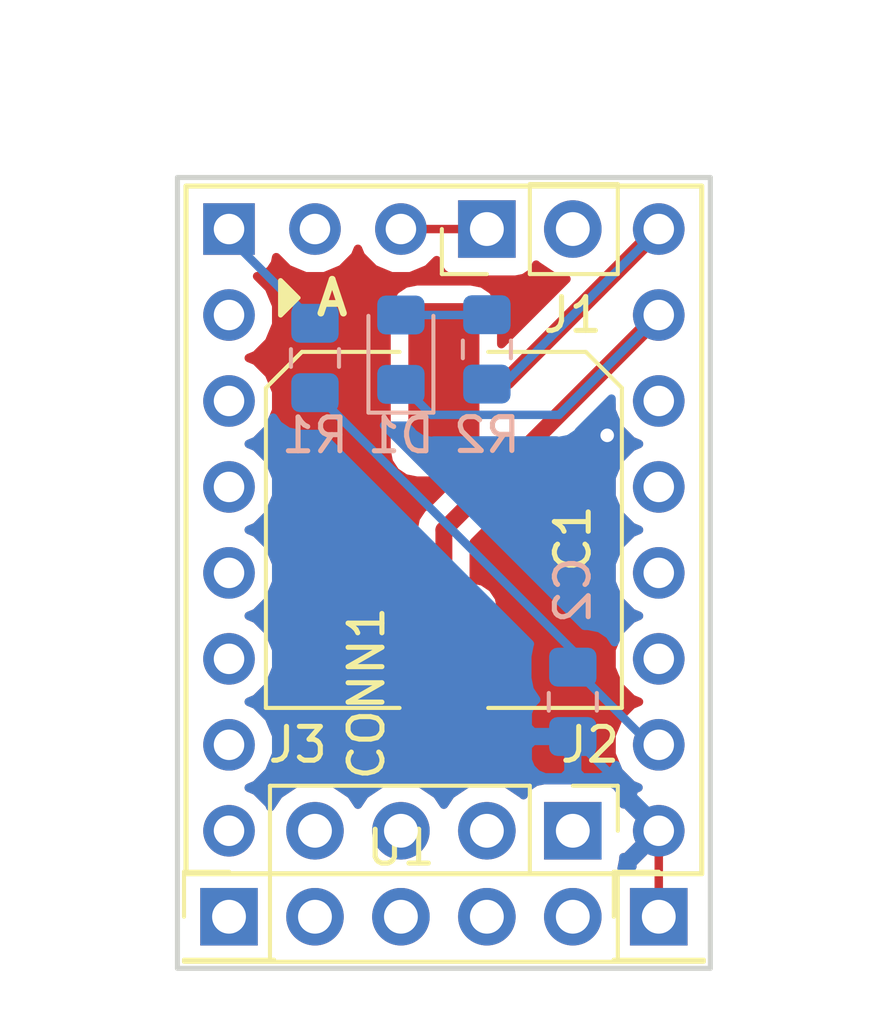
<source format=kicad_pcb>
(kicad_pcb (version 20171130) (host pcbnew 5.0.2+dfsg1-1)

  (general
    (thickness 1.6)
    (drawings 6)
    (tracks 35)
    (zones 0)
    (modules 10)
    (nets 13)
  )

  (page A4)
  (layers
    (0 F.Cu signal)
    (1 In1.Cu signal)
    (2 In2.Cu signal)
    (31 B.Cu signal)
    (32 B.Adhes user)
    (33 F.Adhes user)
    (34 B.Paste user)
    (35 F.Paste user)
    (36 B.SilkS user)
    (37 F.SilkS user)
    (38 B.Mask user)
    (39 F.Mask user)
    (40 Dwgs.User user)
    (41 Cmts.User user)
    (42 Eco1.User user)
    (43 Eco2.User user)
    (44 Edge.Cuts user)
    (45 Margin user)
    (46 B.CrtYd user)
    (47 F.CrtYd user)
    (48 B.Fab user)
    (49 F.Fab user)
  )

  (setup
    (last_trace_width 0.25)
    (trace_clearance 0.2)
    (zone_clearance 0.508)
    (zone_45_only no)
    (trace_min 0.2)
    (segment_width 0.2)
    (edge_width 0.15)
    (via_size 0.8)
    (via_drill 0.4)
    (via_min_size 0.4)
    (via_min_drill 0.3)
    (uvia_size 0.3)
    (uvia_drill 0.1)
    (uvias_allowed no)
    (uvia_min_size 0.2)
    (uvia_min_drill 0.1)
    (pcb_text_width 0.3)
    (pcb_text_size 1.5 1.5)
    (mod_edge_width 0.15)
    (mod_text_size 1 1)
    (mod_text_width 0.15)
    (pad_size 1.524 1.524)
    (pad_drill 0.762)
    (pad_to_mask_clearance 0.051)
    (solder_mask_min_width 0.25)
    (aux_axis_origin 0 0)
    (visible_elements FFFFFF7F)
    (pcbplotparams
      (layerselection 0x010fc_ffffffff)
      (usegerberextensions false)
      (usegerberattributes false)
      (usegerberadvancedattributes false)
      (creategerberjobfile false)
      (excludeedgelayer true)
      (linewidth 0.100000)
      (plotframeref false)
      (viasonmask false)
      (mode 1)
      (useauxorigin false)
      (hpglpennumber 1)
      (hpglpenspeed 20)
      (hpglpendiameter 15.000000)
      (psnegative false)
      (psa4output false)
      (plotreference true)
      (plotvalue true)
      (plotinvisibletext false)
      (padsonsilk false)
      (subtractmaskfromsilk false)
      (outputformat 1)
      (mirror false)
      (drillshape 1)
      (scaleselection 1)
      (outputdirectory ""))
  )

  (net 0 "")
  (net 1 "Net-(C1-Pad1)")
  (net 2 "Net-(C1-Pad2)")
  (net 3 +3V3)
  (net 4 GND)
  (net 5 "Net-(CONN1-Pad1)")
  (net 6 "Net-(CONN1-Pad3)")
  (net 7 "Net-(CONN1-Pad5)")
  (net 8 "Net-(CONN1-Pad7)")
  (net 9 "Net-(J1-Pad1)")
  (net 10 "Net-(J1-Pad2)")
  (net 11 "Net-(R1-Pad2)")
  (net 12 "Net-(D1-Pad2)")

  (net_class Default "This is the default net class."
    (clearance 0.2)
    (trace_width 0.25)
    (via_dia 0.8)
    (via_drill 0.4)
    (uvia_dia 0.3)
    (uvia_drill 0.1)
    (add_net +3V3)
    (add_net GND)
    (add_net "Net-(C1-Pad1)")
    (add_net "Net-(C1-Pad2)")
    (add_net "Net-(CONN1-Pad1)")
    (add_net "Net-(CONN1-Pad3)")
    (add_net "Net-(CONN1-Pad5)")
    (add_net "Net-(CONN1-Pad7)")
    (add_net "Net-(D1-Pad2)")
    (add_net "Net-(J1-Pad1)")
    (add_net "Net-(J1-Pad2)")
    (add_net "Net-(R1-Pad2)")
  )

  (module Capacitor_SMD:C_Elec_10x10.2 (layer F.Cu) (tedit 5BC8D926) (tstamp 6141F810)
    (at 107.95 59.69 270)
    (descr "SMD capacitor, aluminum electrolytic nonpolar, 10.0x10.2mm")
    (tags "capacitor electrolyic nonpolar")
    (path /613F11A3)
    (attr smd)
    (fp_text reference C1 (at 0.254 -3.81 270) (layer F.SilkS)
      (effects (font (size 1 1) (thickness 0.15)))
    )
    (fp_text value 100u (at 0 6.2 270) (layer F.Fab)
      (effects (font (size 1 1) (thickness 0.15)))
    )
    (fp_circle (center 0 0) (end 5 0) (layer F.Fab) (width 0.1))
    (fp_line (start 5.15 -5.15) (end 5.15 5.15) (layer F.Fab) (width 0.1))
    (fp_line (start -4.15 -5.15) (end 5.15 -5.15) (layer F.Fab) (width 0.1))
    (fp_line (start -4.15 5.15) (end 5.15 5.15) (layer F.Fab) (width 0.1))
    (fp_line (start -5.15 -4.15) (end -5.15 4.15) (layer F.Fab) (width 0.1))
    (fp_line (start -5.15 -4.15) (end -4.15 -5.15) (layer F.Fab) (width 0.1))
    (fp_line (start -5.15 4.15) (end -4.15 5.15) (layer F.Fab) (width 0.1))
    (fp_line (start 5.26 5.26) (end 5.26 1.31) (layer F.SilkS) (width 0.12))
    (fp_line (start 5.26 -5.26) (end 5.26 -1.31) (layer F.SilkS) (width 0.12))
    (fp_line (start -4.195563 -5.26) (end 5.26 -5.26) (layer F.SilkS) (width 0.12))
    (fp_line (start -4.195563 5.26) (end 5.26 5.26) (layer F.SilkS) (width 0.12))
    (fp_line (start -5.26 4.195563) (end -5.26 1.31) (layer F.SilkS) (width 0.12))
    (fp_line (start -5.26 -4.195563) (end -5.26 -1.31) (layer F.SilkS) (width 0.12))
    (fp_line (start -5.26 -4.195563) (end -4.195563 -5.26) (layer F.SilkS) (width 0.12))
    (fp_line (start -5.26 4.195563) (end -4.195563 5.26) (layer F.SilkS) (width 0.12))
    (fp_line (start 5.4 -5.4) (end 5.4 -1.3) (layer F.CrtYd) (width 0.05))
    (fp_line (start 5.4 -1.3) (end 6.95 -1.3) (layer F.CrtYd) (width 0.05))
    (fp_line (start 6.95 -1.3) (end 6.95 1.3) (layer F.CrtYd) (width 0.05))
    (fp_line (start 6.95 1.3) (end 5.4 1.3) (layer F.CrtYd) (width 0.05))
    (fp_line (start 5.4 1.3) (end 5.4 5.4) (layer F.CrtYd) (width 0.05))
    (fp_line (start -4.25 5.4) (end 5.4 5.4) (layer F.CrtYd) (width 0.05))
    (fp_line (start -4.25 -5.4) (end 5.4 -5.4) (layer F.CrtYd) (width 0.05))
    (fp_line (start -5.4 4.25) (end -4.25 5.4) (layer F.CrtYd) (width 0.05))
    (fp_line (start -5.4 -4.25) (end -4.25 -5.4) (layer F.CrtYd) (width 0.05))
    (fp_line (start -5.4 -4.25) (end -5.4 -1.3) (layer F.CrtYd) (width 0.05))
    (fp_line (start -5.4 1.3) (end -5.4 4.25) (layer F.CrtYd) (width 0.05))
    (fp_line (start -5.4 -1.3) (end -6.95 -1.3) (layer F.CrtYd) (width 0.05))
    (fp_line (start -6.95 -1.3) (end -6.95 1.3) (layer F.CrtYd) (width 0.05))
    (fp_line (start -6.95 1.3) (end -5.4 1.3) (layer F.CrtYd) (width 0.05))
    (fp_text user %R (at 0 0 270) (layer F.Fab)
      (effects (font (size 1 1) (thickness 0.15)))
    )
    (pad 1 smd roundrect (at -4.4 0 270) (size 4.6 2.1) (layers F.Cu F.Paste F.Mask) (roundrect_rratio 0.119048)
      (net 1 "Net-(C1-Pad1)"))
    (pad 2 smd roundrect (at 4.4 0 270) (size 4.6 2.1) (layers F.Cu F.Paste F.Mask) (roundrect_rratio 0.119048)
      (net 2 "Net-(C1-Pad2)"))
    (model ${KISYS3DMOD}/Capacitor_SMD.3dshapes/C_Elec_10x10.2.wrl
      (at (xyz 0 0 0))
      (scale (xyz 1 1 1))
      (rotate (xyz 0 0 0))
    )
  )

  (module Capacitor_SMD:C_0805_2012Metric_Pad1.15x1.40mm_HandSolder (layer B.Cu) (tedit 5B36C52B) (tstamp 6141F821)
    (at 111.76 64.77 270)
    (descr "Capacitor SMD 0805 (2012 Metric), square (rectangular) end terminal, IPC_7351 nominal with elongated pad for handsoldering. (Body size source: https://docs.google.com/spreadsheets/d/1BsfQQcO9C6DZCsRaXUlFlo91Tg2WpOkGARC1WS5S8t0/edit?usp=sharing), generated with kicad-footprint-generator")
    (tags "capacitor handsolder")
    (path /613F13B9)
    (attr smd)
    (fp_text reference C2 (at -3.302 0 270) (layer B.SilkS)
      (effects (font (size 1 1) (thickness 0.15)) (justify mirror))
    )
    (fp_text value 100n (at 0 -1.65 270) (layer B.Fab)
      (effects (font (size 1 1) (thickness 0.15)) (justify mirror))
    )
    (fp_line (start -1 -0.6) (end -1 0.6) (layer B.Fab) (width 0.1))
    (fp_line (start -1 0.6) (end 1 0.6) (layer B.Fab) (width 0.1))
    (fp_line (start 1 0.6) (end 1 -0.6) (layer B.Fab) (width 0.1))
    (fp_line (start 1 -0.6) (end -1 -0.6) (layer B.Fab) (width 0.1))
    (fp_line (start -0.261252 0.71) (end 0.261252 0.71) (layer B.SilkS) (width 0.12))
    (fp_line (start -0.261252 -0.71) (end 0.261252 -0.71) (layer B.SilkS) (width 0.12))
    (fp_line (start -1.85 -0.95) (end -1.85 0.95) (layer B.CrtYd) (width 0.05))
    (fp_line (start -1.85 0.95) (end 1.85 0.95) (layer B.CrtYd) (width 0.05))
    (fp_line (start 1.85 0.95) (end 1.85 -0.95) (layer B.CrtYd) (width 0.05))
    (fp_line (start 1.85 -0.95) (end -1.85 -0.95) (layer B.CrtYd) (width 0.05))
    (fp_text user %R (at 0 0 270) (layer B.Fab)
      (effects (font (size 0.5 0.5) (thickness 0.08)) (justify mirror))
    )
    (pad 1 smd roundrect (at -1.025 0 270) (size 1.15 1.4) (layers B.Cu B.Paste B.Mask) (roundrect_rratio 0.217391)
      (net 3 +3V3))
    (pad 2 smd roundrect (at 1.025 0 270) (size 1.15 1.4) (layers B.Cu B.Paste B.Mask) (roundrect_rratio 0.217391)
      (net 4 GND))
    (model ${KISYS3DMOD}/Capacitor_SMD.3dshapes/C_0805_2012Metric.wrl
      (at (xyz 0 0 0))
      (scale (xyz 1 1 1))
      (rotate (xyz 0 0 0))
    )
  )

  (module Connector_PinHeader_2.54mm:PinHeader_2x04_P2.54mm_Vertical (layer F.Cu) (tedit 59FED5CC) (tstamp 6141F83F)
    (at 111.76 68.58 270)
    (descr "Through hole straight pin header, 2x04, 2.54mm pitch, double rows")
    (tags "Through hole pin header THT 2x04 2.54mm double row")
    (path /613F0D10)
    (fp_text reference CONN1 (at -4.064 6.096 270) (layer F.SilkS)
      (effects (font (size 1 1) (thickness 0.15)))
    )
    (fp_text value header_2x4 (at 1.27 9.95 270) (layer F.Fab)
      (effects (font (size 1 1) (thickness 0.15)))
    )
    (fp_line (start 0 -1.27) (end 3.81 -1.27) (layer F.Fab) (width 0.1))
    (fp_line (start 3.81 -1.27) (end 3.81 8.89) (layer F.Fab) (width 0.1))
    (fp_line (start 3.81 8.89) (end -1.27 8.89) (layer F.Fab) (width 0.1))
    (fp_line (start -1.27 8.89) (end -1.27 0) (layer F.Fab) (width 0.1))
    (fp_line (start -1.27 0) (end 0 -1.27) (layer F.Fab) (width 0.1))
    (fp_line (start -1.33 8.95) (end 3.87 8.95) (layer F.SilkS) (width 0.12))
    (fp_line (start -1.33 1.27) (end -1.33 8.95) (layer F.SilkS) (width 0.12))
    (fp_line (start 3.87 -1.33) (end 3.87 8.95) (layer F.SilkS) (width 0.12))
    (fp_line (start -1.33 1.27) (end 1.27 1.27) (layer F.SilkS) (width 0.12))
    (fp_line (start 1.27 1.27) (end 1.27 -1.33) (layer F.SilkS) (width 0.12))
    (fp_line (start 1.27 -1.33) (end 3.87 -1.33) (layer F.SilkS) (width 0.12))
    (fp_line (start -1.33 0) (end -1.33 -1.33) (layer F.SilkS) (width 0.12))
    (fp_line (start -1.33 -1.33) (end 0 -1.33) (layer F.SilkS) (width 0.12))
    (fp_line (start -1.8 -1.8) (end -1.8 9.4) (layer F.CrtYd) (width 0.05))
    (fp_line (start -1.8 9.4) (end 4.35 9.4) (layer F.CrtYd) (width 0.05))
    (fp_line (start 4.35 9.4) (end 4.35 -1.8) (layer F.CrtYd) (width 0.05))
    (fp_line (start 4.35 -1.8) (end -1.8 -1.8) (layer F.CrtYd) (width 0.05))
    (fp_text user %R (at 1.27 3.81) (layer F.Fab)
      (effects (font (size 1 1) (thickness 0.15)))
    )
    (pad 1 thru_hole rect (at 0 0 270) (size 1.7 1.7) (drill 1) (layers *.Cu *.Mask)
      (net 5 "Net-(CONN1-Pad1)"))
    (pad 2 thru_hole oval (at 2.54 0 270) (size 1.7 1.7) (drill 1) (layers *.Cu *.Mask))
    (pad 3 thru_hole oval (at 0 2.54 270) (size 1.7 1.7) (drill 1) (layers *.Cu *.Mask)
      (net 6 "Net-(CONN1-Pad3)"))
    (pad 4 thru_hole oval (at 2.54 2.54 270) (size 1.7 1.7) (drill 1) (layers *.Cu *.Mask))
    (pad 5 thru_hole oval (at 0 5.08 270) (size 1.7 1.7) (drill 1) (layers *.Cu *.Mask)
      (net 7 "Net-(CONN1-Pad5)"))
    (pad 6 thru_hole oval (at 2.54 5.08 270) (size 1.7 1.7) (drill 1) (layers *.Cu *.Mask))
    (pad 7 thru_hole oval (at 0 7.62 270) (size 1.7 1.7) (drill 1) (layers *.Cu *.Mask)
      (net 8 "Net-(CONN1-Pad7)"))
    (pad 8 thru_hole oval (at 2.54 7.62 270) (size 1.7 1.7) (drill 1) (layers *.Cu *.Mask))
    (model ${KISYS3DMOD}/Connector_PinHeader_2.54mm.3dshapes/PinHeader_2x04_P2.54mm_Vertical.wrl
      (at (xyz 0 0 0))
      (scale (xyz 1 1 1))
      (rotate (xyz 0 0 0))
    )
  )

  (module LED_SMD:LED_0805_2012Metric_Pad1.15x1.40mm_HandSolder (layer B.Cu) (tedit 5B4B45C9) (tstamp 6141F852)
    (at 106.68 54.365 90)
    (descr "LED SMD 0805 (2012 Metric), square (rectangular) end terminal, IPC_7351 nominal, (Body size source: https://docs.google.com/spreadsheets/d/1BsfQQcO9C6DZCsRaXUlFlo91Tg2WpOkGARC1WS5S8t0/edit?usp=sharing), generated with kicad-footprint-generator")
    (tags "LED handsolder")
    (path /613F3E09)
    (attr smd)
    (fp_text reference D1 (at -2.531 0 180) (layer B.SilkS)
      (effects (font (size 1 1) (thickness 0.15)) (justify mirror))
    )
    (fp_text value LED (at 0 -1.65 90) (layer B.Fab)
      (effects (font (size 1 1) (thickness 0.15)) (justify mirror))
    )
    (fp_line (start 1 0.6) (end -0.7 0.6) (layer B.Fab) (width 0.1))
    (fp_line (start -0.7 0.6) (end -1 0.3) (layer B.Fab) (width 0.1))
    (fp_line (start -1 0.3) (end -1 -0.6) (layer B.Fab) (width 0.1))
    (fp_line (start -1 -0.6) (end 1 -0.6) (layer B.Fab) (width 0.1))
    (fp_line (start 1 -0.6) (end 1 0.6) (layer B.Fab) (width 0.1))
    (fp_line (start 1 0.96) (end -1.86 0.96) (layer B.SilkS) (width 0.12))
    (fp_line (start -1.86 0.96) (end -1.86 -0.96) (layer B.SilkS) (width 0.12))
    (fp_line (start -1.86 -0.96) (end 1 -0.96) (layer B.SilkS) (width 0.12))
    (fp_line (start -1.85 -0.95) (end -1.85 0.95) (layer B.CrtYd) (width 0.05))
    (fp_line (start -1.85 0.95) (end 1.85 0.95) (layer B.CrtYd) (width 0.05))
    (fp_line (start 1.85 0.95) (end 1.85 -0.95) (layer B.CrtYd) (width 0.05))
    (fp_line (start 1.85 -0.95) (end -1.85 -0.95) (layer B.CrtYd) (width 0.05))
    (fp_text user %R (at 0 0 90) (layer B.Fab)
      (effects (font (size 0.5 0.5) (thickness 0.08)) (justify mirror))
    )
    (pad 1 smd roundrect (at -1.025 0 90) (size 1.15 1.4) (layers B.Cu B.Paste B.Mask) (roundrect_rratio 0.217391)
      (net 2 "Net-(C1-Pad2)"))
    (pad 2 smd roundrect (at 1.025 0 90) (size 1.15 1.4) (layers B.Cu B.Paste B.Mask) (roundrect_rratio 0.217391)
      (net 12 "Net-(D1-Pad2)"))
    (model ${KISYS3DMOD}/LED_SMD.3dshapes/LED_0805_2012Metric.wrl
      (at (xyz 0 0 0))
      (scale (xyz 1 1 1))
      (rotate (xyz 0 0 0))
    )
  )

  (module Connector_PinHeader_2.54mm:PinHeader_1x02_P2.54mm_Vertical (layer F.Cu) (tedit 59FED5CC) (tstamp 6141F868)
    (at 109.22 50.8 90)
    (descr "Through hole straight pin header, 1x02, 2.54mm pitch, single row")
    (tags "Through hole pin header THT 1x02 2.54mm single row")
    (path /613F0E3D)
    (fp_text reference J1 (at -2.54 2.54 180) (layer F.SilkS)
      (effects (font (size 1 1) (thickness 0.15)))
    )
    (fp_text value Conn_01x02_Male (at 0 4.87 90) (layer F.Fab)
      (effects (font (size 1 1) (thickness 0.15)))
    )
    (fp_line (start -0.635 -1.27) (end 1.27 -1.27) (layer F.Fab) (width 0.1))
    (fp_line (start 1.27 -1.27) (end 1.27 3.81) (layer F.Fab) (width 0.1))
    (fp_line (start 1.27 3.81) (end -1.27 3.81) (layer F.Fab) (width 0.1))
    (fp_line (start -1.27 3.81) (end -1.27 -0.635) (layer F.Fab) (width 0.1))
    (fp_line (start -1.27 -0.635) (end -0.635 -1.27) (layer F.Fab) (width 0.1))
    (fp_line (start -1.33 3.87) (end 1.33 3.87) (layer F.SilkS) (width 0.12))
    (fp_line (start -1.33 1.27) (end -1.33 3.87) (layer F.SilkS) (width 0.12))
    (fp_line (start 1.33 1.27) (end 1.33 3.87) (layer F.SilkS) (width 0.12))
    (fp_line (start -1.33 1.27) (end 1.33 1.27) (layer F.SilkS) (width 0.12))
    (fp_line (start -1.33 0) (end -1.33 -1.33) (layer F.SilkS) (width 0.12))
    (fp_line (start -1.33 -1.33) (end 0 -1.33) (layer F.SilkS) (width 0.12))
    (fp_line (start -1.8 -1.8) (end -1.8 4.35) (layer F.CrtYd) (width 0.05))
    (fp_line (start -1.8 4.35) (end 1.8 4.35) (layer F.CrtYd) (width 0.05))
    (fp_line (start 1.8 4.35) (end 1.8 -1.8) (layer F.CrtYd) (width 0.05))
    (fp_line (start 1.8 -1.8) (end -1.8 -1.8) (layer F.CrtYd) (width 0.05))
    (fp_text user %R (at 0 1.27 180) (layer F.Fab)
      (effects (font (size 1 1) (thickness 0.15)))
    )
    (pad 1 thru_hole rect (at 0 0 90) (size 1.7 1.7) (drill 1) (layers *.Cu *.Mask)
      (net 9 "Net-(J1-Pad1)"))
    (pad 2 thru_hole oval (at 0 2.54 90) (size 1.7 1.7) (drill 1) (layers *.Cu *.Mask)
      (net 10 "Net-(J1-Pad2)"))
    (model ${KISYS3DMOD}/Connector_PinHeader_2.54mm.3dshapes/PinHeader_1x02_P2.54mm_Vertical.wrl
      (at (xyz 0 0 0))
      (scale (xyz 1 1 1))
      (rotate (xyz 0 0 0))
    )
  )

  (module Resistor_SMD:R_0805_2012Metric_Pad1.15x1.40mm_HandSolder (layer B.Cu) (tedit 5B36C52B) (tstamp 6141F879)
    (at 104.14 54.61 90)
    (descr "Resistor SMD 0805 (2012 Metric), square (rectangular) end terminal, IPC_7351 nominal with elongated pad for handsoldering. (Body size source: https://docs.google.com/spreadsheets/d/1BsfQQcO9C6DZCsRaXUlFlo91Tg2WpOkGARC1WS5S8t0/edit?usp=sharing), generated with kicad-footprint-generator")
    (tags "resistor handsolder")
    (path /613F128B)
    (attr smd)
    (fp_text reference R1 (at -2.286 0 180) (layer B.SilkS)
      (effects (font (size 1 1) (thickness 0.15)) (justify mirror))
    )
    (fp_text value 10K (at 0 -1.65 90) (layer B.Fab)
      (effects (font (size 1 1) (thickness 0.15)) (justify mirror))
    )
    (fp_line (start -1 -0.6) (end -1 0.6) (layer B.Fab) (width 0.1))
    (fp_line (start -1 0.6) (end 1 0.6) (layer B.Fab) (width 0.1))
    (fp_line (start 1 0.6) (end 1 -0.6) (layer B.Fab) (width 0.1))
    (fp_line (start 1 -0.6) (end -1 -0.6) (layer B.Fab) (width 0.1))
    (fp_line (start -0.261252 0.71) (end 0.261252 0.71) (layer B.SilkS) (width 0.12))
    (fp_line (start -0.261252 -0.71) (end 0.261252 -0.71) (layer B.SilkS) (width 0.12))
    (fp_line (start -1.85 -0.95) (end -1.85 0.95) (layer B.CrtYd) (width 0.05))
    (fp_line (start -1.85 0.95) (end 1.85 0.95) (layer B.CrtYd) (width 0.05))
    (fp_line (start 1.85 0.95) (end 1.85 -0.95) (layer B.CrtYd) (width 0.05))
    (fp_line (start 1.85 -0.95) (end -1.85 -0.95) (layer B.CrtYd) (width 0.05))
    (fp_text user %R (at 0 0 90) (layer B.Fab)
      (effects (font (size 0.5 0.5) (thickness 0.08)) (justify mirror))
    )
    (pad 1 smd roundrect (at -1.025 0 90) (size 1.15 1.4) (layers B.Cu B.Paste B.Mask) (roundrect_rratio 0.217391)
      (net 3 +3V3))
    (pad 2 smd roundrect (at 1.025 0 90) (size 1.15 1.4) (layers B.Cu B.Paste B.Mask) (roundrect_rratio 0.217391)
      (net 11 "Net-(R1-Pad2)"))
    (model ${KISYS3DMOD}/Resistor_SMD.3dshapes/R_0805_2012Metric.wrl
      (at (xyz 0 0 0))
      (scale (xyz 1 1 1))
      (rotate (xyz 0 0 0))
    )
  )

  (module Resistor_SMD:R_0805_2012Metric_Pad1.15x1.40mm_HandSolder (layer B.Cu) (tedit 5B36C52B) (tstamp 6141F88A)
    (at 109.22 54.356 270)
    (descr "Resistor SMD 0805 (2012 Metric), square (rectangular) end terminal, IPC_7351 nominal with elongated pad for handsoldering. (Body size source: https://docs.google.com/spreadsheets/d/1BsfQQcO9C6DZCsRaXUlFlo91Tg2WpOkGARC1WS5S8t0/edit?usp=sharing), generated with kicad-footprint-generator")
    (tags "resistor handsolder")
    (path /613F3B8F)
    (attr smd)
    (fp_text reference R2 (at 2.531 0) (layer B.SilkS)
      (effects (font (size 1 1) (thickness 0.15)) (justify mirror))
    )
    (fp_text value 10K (at 0 -1.65 270) (layer B.Fab)
      (effects (font (size 1 1) (thickness 0.15)) (justify mirror))
    )
    (fp_text user %R (at 0 0 270) (layer B.Fab)
      (effects (font (size 0.5 0.5) (thickness 0.08)) (justify mirror))
    )
    (fp_line (start 1.85 -0.95) (end -1.85 -0.95) (layer B.CrtYd) (width 0.05))
    (fp_line (start 1.85 0.95) (end 1.85 -0.95) (layer B.CrtYd) (width 0.05))
    (fp_line (start -1.85 0.95) (end 1.85 0.95) (layer B.CrtYd) (width 0.05))
    (fp_line (start -1.85 -0.95) (end -1.85 0.95) (layer B.CrtYd) (width 0.05))
    (fp_line (start -0.261252 -0.71) (end 0.261252 -0.71) (layer B.SilkS) (width 0.12))
    (fp_line (start -0.261252 0.71) (end 0.261252 0.71) (layer B.SilkS) (width 0.12))
    (fp_line (start 1 -0.6) (end -1 -0.6) (layer B.Fab) (width 0.1))
    (fp_line (start 1 0.6) (end 1 -0.6) (layer B.Fab) (width 0.1))
    (fp_line (start -1 0.6) (end 1 0.6) (layer B.Fab) (width 0.1))
    (fp_line (start -1 -0.6) (end -1 0.6) (layer B.Fab) (width 0.1))
    (pad 2 smd roundrect (at 1.025 0 270) (size 1.15 1.4) (layers B.Cu B.Paste B.Mask) (roundrect_rratio 0.217391)
      (net 1 "Net-(C1-Pad1)"))
    (pad 1 smd roundrect (at -1.025 0 270) (size 1.15 1.4) (layers B.Cu B.Paste B.Mask) (roundrect_rratio 0.217391)
      (net 12 "Net-(D1-Pad2)"))
    (model ${KISYS3DMOD}/Resistor_SMD.3dshapes/R_0805_2012Metric.wrl
      (at (xyz 0 0 0))
      (scale (xyz 1 1 1))
      (rotate (xyz 0 0 0))
    )
  )

  (module custom-footprints:TMC-step-stick (layer F.Cu) (tedit 60F3D74F) (tstamp 6141F8A8)
    (at 106.68 68.58)
    (path /613F0C1C)
    (fp_text reference U1 (at 0 0.5) (layer F.SilkS)
      (effects (font (size 1 1) (thickness 0.15)))
    )
    (fp_text value TMC-step-stick (at 0 -0.5) (layer F.Fab)
      (effects (font (size 1 1) (thickness 0.15)))
    )
    (fp_line (start -6.35 -19.05) (end 8.89 -19.05) (layer F.SilkS) (width 0.15))
    (fp_line (start 8.89 -19.05) (end 8.89 1.27) (layer F.SilkS) (width 0.15))
    (fp_line (start 8.89 1.27) (end -6.35 1.27) (layer F.SilkS) (width 0.15))
    (fp_line (start -6.35 1.27) (end -6.35 -19.05) (layer F.SilkS) (width 0.15))
    (fp_line (start -6.35 -19.05) (end 8.89 -19.05) (layer F.CrtYd) (width 0.15))
    (fp_line (start 8.89 -19.05) (end 8.89 1.27) (layer F.CrtYd) (width 0.15))
    (fp_line (start 8.89 1.27) (end -6.35 1.27) (layer F.CrtYd) (width 0.15))
    (fp_line (start -6.35 1.27) (end -6.35 -19.05) (layer F.CrtYd) (width 0.15))
    (pad 1 thru_hole rect (at -5.08 -17.78) (size 1.524 1.524) (drill 0.9) (layers *.Cu *.Mask)
      (net 11 "Net-(R1-Pad2)"))
    (pad 2 thru_hole circle (at -5.08 -15.24) (size 1.524 1.524) (drill 0.9) (layers *.Cu *.Mask)
      (net 5 "Net-(CONN1-Pad1)"))
    (pad 3 thru_hole circle (at -5.08 -12.7) (size 1.524 1.524) (drill 0.9) (layers *.Cu *.Mask)
      (net 6 "Net-(CONN1-Pad3)"))
    (pad 4 thru_hole circle (at -5.08 -10.16) (size 1.524 1.524) (drill 0.9) (layers *.Cu *.Mask)
      (net 7 "Net-(CONN1-Pad5)"))
    (pad 5 thru_hole circle (at -5.08 -7.62) (size 1.524 1.524) (drill 0.9) (layers *.Cu *.Mask)
      (net 8 "Net-(CONN1-Pad7)"))
    (pad 6 thru_hole circle (at -5.08 -5.08) (size 1.524 1.524) (drill 0.9) (layers *.Cu *.Mask))
    (pad 7 thru_hole circle (at -5.08 -2.54) (size 1.524 1.524) (drill 0.9) (layers *.Cu *.Mask))
    (pad 8 thru_hole circle (at -5.08 0) (size 1.524 1.524) (drill 0.9) (layers *.Cu *.Mask))
    (pad 9 thru_hole circle (at 7.62 0) (size 1.524 1.524) (drill 0.9) (layers *.Cu *.Mask)
      (net 4 GND))
    (pad 10 thru_hole circle (at 7.62 -2.54) (size 1.524 1.524) (drill 0.9) (layers *.Cu *.Mask)
      (net 3 +3V3))
    (pad 11 thru_hole circle (at 7.62 -5.08) (size 1.524 1.524) (drill 0.9) (layers *.Cu *.Mask))
    (pad 12 thru_hole circle (at 7.62 -7.62) (size 1.524 1.524) (drill 0.9) (layers *.Cu *.Mask))
    (pad 13 thru_hole circle (at 7.62 -10.16) (size 1.524 1.524) (drill 0.9) (layers *.Cu *.Mask))
    (pad 14 thru_hole circle (at 7.62 -12.7) (size 1.524 1.524) (drill 0.9) (layers *.Cu *.Mask))
    (pad 15 thru_hole circle (at 7.62 -15.24) (size 1.524 1.524) (drill 0.9) (layers *.Cu *.Mask)
      (net 2 "Net-(C1-Pad2)"))
    (pad 16 thru_hole circle (at 7.62 -17.78) (size 1.524 1.524) (drill 0.9) (layers *.Cu *.Mask)
      (net 1 "Net-(C1-Pad1)"))
    (pad 17 thru_hole circle (at -2.54 -17.78) (size 1.524 1.524) (drill 0.9) (layers *.Cu *.Mask))
    (pad 18 thru_hole circle (at 0 -17.78) (size 1.524 1.524) (drill 0.9) (layers *.Cu *.Mask)
      (net 9 "Net-(J1-Pad1)"))
  )

  (module Connector_PinHeader_2.54mm:PinHeader_1x01_P2.54mm_Vertical (layer F.Cu) (tedit 59FED5CC) (tstamp 61432C13)
    (at 114.3 71.12)
    (descr "Through hole straight pin header, 1x01, 2.54mm pitch, single row")
    (tags "Through hole pin header THT 1x01 2.54mm single row")
    (path /613F636A)
    (fp_text reference J2 (at -2.032 -5.08) (layer F.SilkS)
      (effects (font (size 1 1) (thickness 0.15)))
    )
    (fp_text value Conn_01x01_Male (at 0 2.33) (layer F.Fab)
      (effects (font (size 1 1) (thickness 0.15)))
    )
    (fp_line (start -0.635 -1.27) (end 1.27 -1.27) (layer F.Fab) (width 0.1))
    (fp_line (start 1.27 -1.27) (end 1.27 1.27) (layer F.Fab) (width 0.1))
    (fp_line (start 1.27 1.27) (end -1.27 1.27) (layer F.Fab) (width 0.1))
    (fp_line (start -1.27 1.27) (end -1.27 -0.635) (layer F.Fab) (width 0.1))
    (fp_line (start -1.27 -0.635) (end -0.635 -1.27) (layer F.Fab) (width 0.1))
    (fp_line (start -1.33 1.33) (end 1.33 1.33) (layer F.SilkS) (width 0.12))
    (fp_line (start -1.33 1.27) (end -1.33 1.33) (layer F.SilkS) (width 0.12))
    (fp_line (start 1.33 1.27) (end 1.33 1.33) (layer F.SilkS) (width 0.12))
    (fp_line (start -1.33 1.27) (end 1.33 1.27) (layer F.SilkS) (width 0.12))
    (fp_line (start -1.33 0) (end -1.33 -1.33) (layer F.SilkS) (width 0.12))
    (fp_line (start -1.33 -1.33) (end 0 -1.33) (layer F.SilkS) (width 0.12))
    (fp_line (start -1.8 -1.8) (end -1.8 1.8) (layer F.CrtYd) (width 0.05))
    (fp_line (start -1.8 1.8) (end 1.8 1.8) (layer F.CrtYd) (width 0.05))
    (fp_line (start 1.8 1.8) (end 1.8 -1.8) (layer F.CrtYd) (width 0.05))
    (fp_line (start 1.8 -1.8) (end -1.8 -1.8) (layer F.CrtYd) (width 0.05))
    (fp_text user %R (at 0 0 90) (layer F.Fab)
      (effects (font (size 1 1) (thickness 0.15)))
    )
    (pad 1 thru_hole rect (at 0 0) (size 1.7 1.7) (drill 1) (layers *.Cu *.Mask)
      (net 4 GND))
    (model ${KISYS3DMOD}/Connector_PinHeader_2.54mm.3dshapes/PinHeader_1x01_P2.54mm_Vertical.wrl
      (at (xyz 0 0 0))
      (scale (xyz 1 1 1))
      (rotate (xyz 0 0 0))
    )
  )

  (module Connector_PinHeader_2.54mm:PinHeader_1x01_P2.54mm_Vertical (layer F.Cu) (tedit 59FED5CC) (tstamp 61432C28)
    (at 101.6 71.12)
    (descr "Through hole straight pin header, 1x01, 2.54mm pitch, single row")
    (tags "Through hole pin header THT 1x01 2.54mm single row")
    (path /613F640B)
    (fp_text reference J3 (at 2.032 -5.08) (layer F.SilkS)
      (effects (font (size 1 1) (thickness 0.15)))
    )
    (fp_text value Conn_01x01_Male (at 0 2.33) (layer F.Fab)
      (effects (font (size 1 1) (thickness 0.15)))
    )
    (fp_text user %R (at 0 0 90) (layer F.Fab)
      (effects (font (size 1 1) (thickness 0.15)))
    )
    (fp_line (start 1.8 -1.8) (end -1.8 -1.8) (layer F.CrtYd) (width 0.05))
    (fp_line (start 1.8 1.8) (end 1.8 -1.8) (layer F.CrtYd) (width 0.05))
    (fp_line (start -1.8 1.8) (end 1.8 1.8) (layer F.CrtYd) (width 0.05))
    (fp_line (start -1.8 -1.8) (end -1.8 1.8) (layer F.CrtYd) (width 0.05))
    (fp_line (start -1.33 -1.33) (end 0 -1.33) (layer F.SilkS) (width 0.12))
    (fp_line (start -1.33 0) (end -1.33 -1.33) (layer F.SilkS) (width 0.12))
    (fp_line (start -1.33 1.27) (end 1.33 1.27) (layer F.SilkS) (width 0.12))
    (fp_line (start 1.33 1.27) (end 1.33 1.33) (layer F.SilkS) (width 0.12))
    (fp_line (start -1.33 1.27) (end -1.33 1.33) (layer F.SilkS) (width 0.12))
    (fp_line (start -1.33 1.33) (end 1.33 1.33) (layer F.SilkS) (width 0.12))
    (fp_line (start -1.27 -0.635) (end -0.635 -1.27) (layer F.Fab) (width 0.1))
    (fp_line (start -1.27 1.27) (end -1.27 -0.635) (layer F.Fab) (width 0.1))
    (fp_line (start 1.27 1.27) (end -1.27 1.27) (layer F.Fab) (width 0.1))
    (fp_line (start 1.27 -1.27) (end 1.27 1.27) (layer F.Fab) (width 0.1))
    (fp_line (start -0.635 -1.27) (end 1.27 -1.27) (layer F.Fab) (width 0.1))
    (pad 1 thru_hole rect (at 0 0) (size 1.7 1.7) (drill 1) (layers *.Cu *.Mask)
      (net 10 "Net-(J1-Pad2)"))
    (model ${KISYS3DMOD}/Connector_PinHeader_2.54mm.3dshapes/PinHeader_1x01_P2.54mm_Vertical.wrl
      (at (xyz 0 0 0))
      (scale (xyz 1 1 1))
      (rotate (xyz 0 0 0))
    )
  )

  (gr_poly (pts (xy 103.124 52.324) (xy 103.124 53.34) (xy 103.632 52.832)) (layer F.SilkS) (width 0.15))
  (gr_text A (at 104.648 52.832) (layer F.SilkS)
    (effects (font (size 1 1) (thickness 0.2)))
  )
  (gr_line (start 100.076 72.644) (end 100.076 49.276) (layer Edge.Cuts) (width 0.15))
  (gr_line (start 115.824 72.644) (end 100.076 72.644) (layer Edge.Cuts) (width 0.15))
  (gr_line (start 115.824 49.276) (end 115.824 72.644) (layer Edge.Cuts) (width 0.15))
  (gr_line (start 100.076 49.276) (end 115.824 49.276) (layer Edge.Cuts) (width 0.15))

  (segment (start 109.81 55.29) (end 114.3 50.8) (width 0.5) (layer F.Cu) (net 1))
  (segment (start 114.3 50.945) (end 114.3 50.8) (width 0.25) (layer B.Cu) (net 1))
  (segment (start 114.3 50.818) (end 114.3 50.8) (width 0.25) (layer B.Cu) (net 1))
  (segment (start 109.728 55.372) (end 109.728 55.39) (width 0.25) (layer B.Cu) (net 1))
  (segment (start 114.3 50.8) (end 109.728 55.372) (width 0.25) (layer B.Cu) (net 1))
  (segment (start 109.81 55.29) (end 107.95 55.29) (width 0.5) (layer F.Cu) (net 1))
  (segment (start 107.95 59.69) (end 114.3 53.34) (width 0.5) (layer F.Cu) (net 2))
  (segment (start 107.95 64.09) (end 107.95 59.69) (width 0.5) (layer F.Cu) (net 2))
  (segment (start 114.3 53.34) (end 111.34999 56.29001) (width 0.25) (layer B.Cu) (net 2))
  (segment (start 107.58001 56.29001) (end 106.68 55.39) (width 0.25) (layer B.Cu) (net 2))
  (segment (start 111.34999 56.29001) (end 107.58001 56.29001) (width 0.25) (layer B.Cu) (net 2))
  (segment (start 111.76 63.255) (end 111.76 63.745) (width 0.25) (layer B.Cu) (net 3))
  (segment (start 104.14 55.635) (end 111.76 63.255) (width 0.25) (layer B.Cu) (net 3))
  (segment (start 114.055 66.04) (end 114.3 66.04) (width 0.25) (layer B.Cu) (net 3))
  (segment (start 111.76 63.745) (end 114.055 66.04) (width 0.25) (layer B.Cu) (net 3))
  (segment (start 114.3 68.335) (end 114.3 68.58) (width 0.25) (layer B.Cu) (net 4))
  (segment (start 111.76 65.795) (end 114.3 68.335) (width 0.25) (layer B.Cu) (net 4))
  (segment (start 114.3 68.58) (end 114.3 71.12) (width 0.25) (layer F.Cu) (net 4))
  (via (at 112.776 56.896) (size 0.8) (drill 0.4) (layers F.Cu B.Cu) (net 4))
  (segment (start 111.76 63.5) (end 111.76 68.58) (width 0.25) (layer In1.Cu) (net 5))
  (segment (start 101.6 53.34) (end 111.76 63.5) (width 0.25) (layer In1.Cu) (net 5))
  (segment (start 109.22 63.5) (end 109.22 68.58) (width 0.25) (layer In1.Cu) (net 6))
  (segment (start 101.6 55.88) (end 109.22 63.5) (width 0.25) (layer In1.Cu) (net 6))
  (segment (start 106.68 63.5) (end 106.68 68.58) (width 0.25) (layer In1.Cu) (net 7))
  (segment (start 101.6 58.42) (end 106.68 63.5) (width 0.25) (layer In1.Cu) (net 7))
  (segment (start 104.14 63.5) (end 104.14 68.58) (width 0.25) (layer In1.Cu) (net 8))
  (segment (start 101.6 60.96) (end 104.14 63.5) (width 0.25) (layer In1.Cu) (net 8))
  (segment (start 106.68 50.8) (end 109.22 50.8) (width 0.25) (layer F.Cu) (net 9))
  (segment (start 111.76 54.356) (end 111.76 50.8) (width 0.25) (layer In2.Cu) (net 10))
  (segment (start 102.964999 63.151001) (end 111.76 54.356) (width 0.25) (layer In2.Cu) (net 10))
  (segment (start 101.6 71.12) (end 102.964999 69.755001) (width 0.25) (layer In2.Cu) (net 10))
  (segment (start 102.964999 69.755001) (end 102.964999 63.151001) (width 0.25) (layer In2.Cu) (net 10))
  (segment (start 101.6 51.045) (end 104.14 53.585) (width 0.25) (layer B.Cu) (net 11))
  (segment (start 101.6 50.8) (end 101.6 51.045) (width 0.25) (layer B.Cu) (net 11))
  (segment (start 106.68 53.34) (end 109.22 53.34) (width 0.25) (layer B.Cu) (net 12))

  (zone (net 4) (net_name GND) (layer F.Cu) (tstamp 6143607D) (hatch edge 0.508)
    (connect_pads (clearance 0.508))
    (min_thickness 0.254)
    (fill yes (arc_segments 16) (thermal_gap 0.508) (thermal_bridge_width 0.508))
    (polygon
      (pts
        (xy 100.076 49.276) (xy 115.824 49.276) (xy 115.824 72.644) (xy 100.076 72.644)
      )
    )
    (filled_polygon
      (pts
        (xy 114.427 70.993) (xy 114.447 70.993) (xy 114.447 71.247) (xy 114.427 71.247) (xy 114.427 71.267)
        (xy 114.173 71.267) (xy 114.173 71.247) (xy 114.153 71.247) (xy 114.153 70.993) (xy 114.173 70.993)
        (xy 114.173 70.973) (xy 114.427 70.973)
      )
    )
    (filled_polygon
      (pts
        (xy 105.49568 51.591337) (xy 105.888663 51.98432) (xy 106.402119 52.197) (xy 106.957881 52.197) (xy 107.471337 51.98432)
        (xy 107.736347 51.71931) (xy 107.771843 51.897765) (xy 107.912191 52.107809) (xy 108.122235 52.248157) (xy 108.37 52.29744)
        (xy 110.07 52.29744) (xy 110.317765 52.248157) (xy 110.527809 52.107809) (xy 110.668157 51.897765) (xy 110.677184 51.852381)
        (xy 110.689375 51.870625) (xy 111.180582 52.198839) (xy 111.57177 52.276651) (xy 109.64744 54.200982) (xy 109.64744 53.24)
        (xy 109.579126 52.896565) (xy 109.384586 52.605414) (xy 109.093435 52.410874) (xy 108.75 52.34256) (xy 107.15 52.34256)
        (xy 106.806565 52.410874) (xy 106.515414 52.605414) (xy 106.320874 52.896565) (xy 106.25256 53.24) (xy 106.25256 57.34)
        (xy 106.320874 57.683435) (xy 106.515414 57.974586) (xy 106.806565 58.169126) (xy 107.15 58.23744) (xy 108.150982 58.23744)
        (xy 107.385845 59.002577) (xy 107.311952 59.051951) (xy 107.262578 59.125844) (xy 107.262576 59.125846) (xy 107.116348 59.344691)
        (xy 107.047663 59.69) (xy 107.065001 59.777165) (xy 107.065001 61.159468) (xy 106.806565 61.210874) (xy 106.515414 61.405414)
        (xy 106.320874 61.696565) (xy 106.25256 62.04) (xy 106.25256 66.14) (xy 106.320874 66.483435) (xy 106.515414 66.774586)
        (xy 106.806565 66.969126) (xy 107.15 67.03744) (xy 108.75 67.03744) (xy 109.093435 66.969126) (xy 109.384586 66.774586)
        (xy 109.579126 66.483435) (xy 109.64744 66.14) (xy 109.64744 62.04) (xy 109.579126 61.696565) (xy 109.384586 61.405414)
        (xy 109.093435 61.210874) (xy 108.835 61.159468) (xy 108.835 60.056578) (xy 112.903 55.988579) (xy 112.903 56.157881)
        (xy 113.11568 56.671337) (xy 113.508663 57.06432) (xy 113.715513 57.15) (xy 113.508663 57.23568) (xy 113.11568 57.628663)
        (xy 112.903 58.142119) (xy 112.903 58.697881) (xy 113.11568 59.211337) (xy 113.508663 59.60432) (xy 113.715513 59.69)
        (xy 113.508663 59.77568) (xy 113.11568 60.168663) (xy 112.903 60.682119) (xy 112.903 61.237881) (xy 113.11568 61.751337)
        (xy 113.508663 62.14432) (xy 113.715513 62.23) (xy 113.508663 62.31568) (xy 113.11568 62.708663) (xy 112.903 63.222119)
        (xy 112.903 63.777881) (xy 113.11568 64.291337) (xy 113.508663 64.68432) (xy 113.715513 64.77) (xy 113.508663 64.85568)
        (xy 113.11568 65.248663) (xy 112.903 65.762119) (xy 112.903 66.317881) (xy 113.11568 66.831337) (xy 113.508663 67.22432)
        (xy 113.699647 67.303428) (xy 113.568857 67.357603) (xy 113.499392 67.599787) (xy 114.3 68.400395) (xy 114.314143 68.386253)
        (xy 114.493748 68.565858) (xy 114.479605 68.58) (xy 114.493748 68.594143) (xy 114.314143 68.773748) (xy 114.3 68.759605)
        (xy 113.499392 69.560213) (xy 113.520843 69.635) (xy 113.323691 69.635) (xy 113.203454 69.684804) (xy 113.208157 69.677765)
        (xy 113.25744 69.43) (xy 113.25744 69.362725) (xy 113.319787 69.380608) (xy 114.120395 68.58) (xy 113.319787 67.779392)
        (xy 113.25744 67.797275) (xy 113.25744 67.73) (xy 113.208157 67.482235) (xy 113.067809 67.272191) (xy 112.857765 67.131843)
        (xy 112.61 67.08256) (xy 110.91 67.08256) (xy 110.662235 67.131843) (xy 110.452191 67.272191) (xy 110.311843 67.482235)
        (xy 110.302816 67.527619) (xy 110.290625 67.509375) (xy 109.799418 67.181161) (xy 109.366256 67.095) (xy 109.073744 67.095)
        (xy 108.640582 67.181161) (xy 108.149375 67.509375) (xy 107.95 67.807761) (xy 107.750625 67.509375) (xy 107.259418 67.181161)
        (xy 106.826256 67.095) (xy 106.533744 67.095) (xy 106.100582 67.181161) (xy 105.609375 67.509375) (xy 105.41 67.807761)
        (xy 105.210625 67.509375) (xy 104.719418 67.181161) (xy 104.286256 67.095) (xy 103.993744 67.095) (xy 103.560582 67.181161)
        (xy 103.069375 67.509375) (xy 102.821992 67.87961) (xy 102.78432 67.788663) (xy 102.391337 67.39568) (xy 102.184487 67.31)
        (xy 102.391337 67.22432) (xy 102.78432 66.831337) (xy 102.997 66.317881) (xy 102.997 65.762119) (xy 102.78432 65.248663)
        (xy 102.391337 64.85568) (xy 102.184487 64.77) (xy 102.391337 64.68432) (xy 102.78432 64.291337) (xy 102.997 63.777881)
        (xy 102.997 63.222119) (xy 102.78432 62.708663) (xy 102.391337 62.31568) (xy 102.184487 62.23) (xy 102.391337 62.14432)
        (xy 102.78432 61.751337) (xy 102.997 61.237881) (xy 102.997 60.682119) (xy 102.78432 60.168663) (xy 102.391337 59.77568)
        (xy 102.184487 59.69) (xy 102.391337 59.60432) (xy 102.78432 59.211337) (xy 102.997 58.697881) (xy 102.997 58.142119)
        (xy 102.78432 57.628663) (xy 102.391337 57.23568) (xy 102.184487 57.15) (xy 102.391337 57.06432) (xy 102.78432 56.671337)
        (xy 102.997 56.157881) (xy 102.997 55.602119) (xy 102.78432 55.088663) (xy 102.391337 54.69568) (xy 102.184487 54.61)
        (xy 102.391337 54.52432) (xy 102.78432 54.131337) (xy 102.997 53.617881) (xy 102.997 53.062119) (xy 102.78432 52.548663)
        (xy 102.43131 52.195653) (xy 102.609765 52.160157) (xy 102.819809 52.019809) (xy 102.960157 51.809765) (xy 102.995653 51.63131)
        (xy 103.348663 51.98432) (xy 103.862119 52.197) (xy 104.417881 52.197) (xy 104.931337 51.98432) (xy 105.32432 51.591337)
        (xy 105.41 51.384487)
      )
    )
  )
  (zone (net 4) (net_name GND) (layer B.Cu) (tstamp 6143607A) (hatch edge 0.508)
    (connect_pads (clearance 0.508))
    (min_thickness 0.254)
    (fill yes (arc_segments 16) (thermal_gap 0.508) (thermal_bridge_width 0.508))
    (polygon
      (pts
        (xy 100.076 49.276) (xy 115.824 49.276) (xy 115.824 72.644) (xy 100.076 72.644)
      )
    )
    (filled_polygon
      (pts
        (xy 114.427 70.993) (xy 114.447 70.993) (xy 114.447 71.247) (xy 114.427 71.247) (xy 114.427 71.267)
        (xy 114.173 71.267) (xy 114.173 71.247) (xy 114.153 71.247) (xy 114.153 70.993) (xy 114.173 70.993)
        (xy 114.173 70.973) (xy 114.427 70.973)
      )
    )
    (filled_polygon
      (pts
        (xy 103.055414 56.594586) (xy 103.346564 56.789127) (xy 103.689999 56.85744) (xy 104.287639 56.85744) (xy 110.491242 63.061045)
        (xy 110.480873 63.076564) (xy 110.41256 63.419999) (xy 110.41256 64.070001) (xy 110.480873 64.413436) (xy 110.675414 64.704586)
        (xy 110.676597 64.705377) (xy 110.521673 64.860302) (xy 110.425 65.093691) (xy 110.425 65.50925) (xy 110.58375 65.668)
        (xy 111.633 65.668) (xy 111.633 65.648) (xy 111.887 65.648) (xy 111.887 65.668) (xy 111.907 65.668)
        (xy 111.907 65.922) (xy 111.887 65.922) (xy 111.887 66.84625) (xy 112.04575 67.005) (xy 112.58631 67.005)
        (xy 112.819699 66.908327) (xy 112.998327 66.729698) (xy 113.035953 66.63886) (xy 113.11568 66.831337) (xy 113.508663 67.22432)
        (xy 113.699647 67.303428) (xy 113.568857 67.357603) (xy 113.499392 67.599787) (xy 114.3 68.400395) (xy 114.314143 68.386253)
        (xy 114.493748 68.565858) (xy 114.479605 68.58) (xy 114.493748 68.594143) (xy 114.314143 68.773748) (xy 114.3 68.759605)
        (xy 113.499392 69.560213) (xy 113.520843 69.635) (xy 113.323691 69.635) (xy 113.203454 69.684804) (xy 113.208157 69.677765)
        (xy 113.25744 69.43) (xy 113.25744 69.362725) (xy 113.319787 69.380608) (xy 114.120395 68.58) (xy 113.319787 67.779392)
        (xy 113.25744 67.797275) (xy 113.25744 67.73) (xy 113.208157 67.482235) (xy 113.067809 67.272191) (xy 112.857765 67.131843)
        (xy 112.61 67.08256) (xy 110.91 67.08256) (xy 110.662235 67.131843) (xy 110.452191 67.272191) (xy 110.311843 67.482235)
        (xy 110.302816 67.527619) (xy 110.290625 67.509375) (xy 109.799418 67.181161) (xy 109.366256 67.095) (xy 109.073744 67.095)
        (xy 108.640582 67.181161) (xy 108.149375 67.509375) (xy 107.95 67.807761) (xy 107.750625 67.509375) (xy 107.259418 67.181161)
        (xy 106.826256 67.095) (xy 106.533744 67.095) (xy 106.100582 67.181161) (xy 105.609375 67.509375) (xy 105.41 67.807761)
        (xy 105.210625 67.509375) (xy 104.719418 67.181161) (xy 104.286256 67.095) (xy 103.993744 67.095) (xy 103.560582 67.181161)
        (xy 103.069375 67.509375) (xy 102.821992 67.87961) (xy 102.78432 67.788663) (xy 102.391337 67.39568) (xy 102.184487 67.31)
        (xy 102.391337 67.22432) (xy 102.78432 66.831337) (xy 102.997 66.317881) (xy 102.997 66.08075) (xy 110.425 66.08075)
        (xy 110.425 66.496309) (xy 110.521673 66.729698) (xy 110.700301 66.908327) (xy 110.93369 67.005) (xy 111.47425 67.005)
        (xy 111.633 66.84625) (xy 111.633 65.922) (xy 110.58375 65.922) (xy 110.425 66.08075) (xy 102.997 66.08075)
        (xy 102.997 65.762119) (xy 102.78432 65.248663) (xy 102.391337 64.85568) (xy 102.184487 64.77) (xy 102.391337 64.68432)
        (xy 102.78432 64.291337) (xy 102.997 63.777881) (xy 102.997 63.222119) (xy 102.78432 62.708663) (xy 102.391337 62.31568)
        (xy 102.184487 62.23) (xy 102.391337 62.14432) (xy 102.78432 61.751337) (xy 102.997 61.237881) (xy 102.997 60.682119)
        (xy 102.78432 60.168663) (xy 102.391337 59.77568) (xy 102.184487 59.69) (xy 102.391337 59.60432) (xy 102.78432 59.211337)
        (xy 102.997 58.697881) (xy 102.997 58.142119) (xy 102.78432 57.628663) (xy 102.391337 57.23568) (xy 102.184487 57.15)
        (xy 102.391337 57.06432) (xy 102.78432 56.671337) (xy 102.907688 56.373499)
      )
    )
    (filled_polygon
      (pts
        (xy 112.903 56.157881) (xy 113.11568 56.671337) (xy 113.508663 57.06432) (xy 113.715513 57.15) (xy 113.508663 57.23568)
        (xy 113.11568 57.628663) (xy 112.903 58.142119) (xy 112.903 58.697881) (xy 113.11568 59.211337) (xy 113.508663 59.60432)
        (xy 113.715513 59.69) (xy 113.508663 59.77568) (xy 113.11568 60.168663) (xy 112.903 60.682119) (xy 112.903 61.237881)
        (xy 113.11568 61.751337) (xy 113.508663 62.14432) (xy 113.715513 62.23) (xy 113.508663 62.31568) (xy 113.11568 62.708663)
        (xy 112.992312 63.006501) (xy 112.844586 62.785414) (xy 112.553436 62.590873) (xy 112.210001 62.52256) (xy 112.102363 62.52256)
        (xy 106.182866 56.603065) (xy 106.229999 56.61244) (xy 106.827638 56.61244) (xy 106.989683 56.774485) (xy 107.032081 56.837939)
        (xy 107.095534 56.880337) (xy 107.095536 56.880339) (xy 107.220912 56.964112) (xy 107.283473 57.005914) (xy 107.505158 57.05001)
        (xy 107.505162 57.05001) (xy 107.580009 57.064898) (xy 107.654856 57.05001) (xy 111.275143 57.05001) (xy 111.34999 57.064898)
        (xy 111.424837 57.05001) (xy 111.424842 57.05001) (xy 111.646527 57.005914) (xy 111.897919 56.837939) (xy 111.940321 56.77448)
        (xy 112.903 55.811801)
      )
    )
  )
)

</source>
